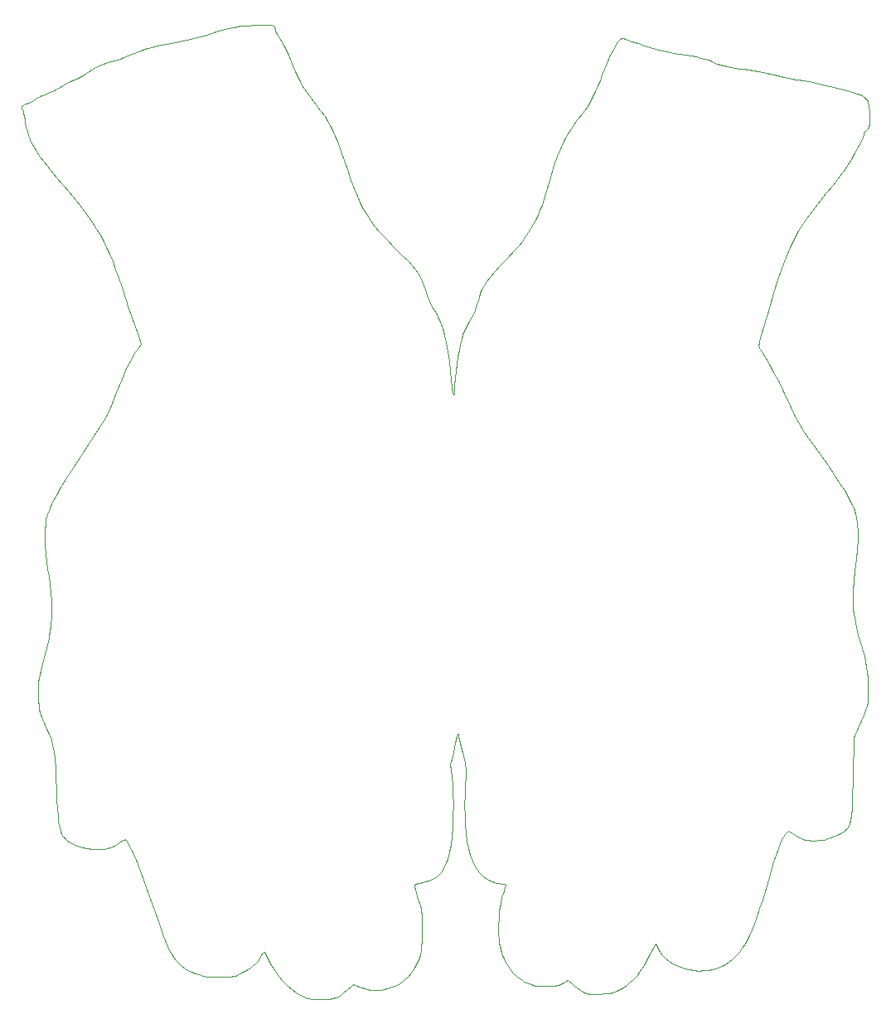
<source format=gbr>
G04 #@! TF.GenerationSoftware,KiCad,Pcbnew,5.1.2*
G04 #@! TF.CreationDate,2019-07-03T09:18:27-05:00*
G04 #@! TF.ProjectId,matrix-pills,6d617472-6978-42d7-9069-6c6c732e6b69,rev?*
G04 #@! TF.SameCoordinates,Original*
G04 #@! TF.FileFunction,Profile,NP*
%FSLAX46Y46*%
G04 Gerber Fmt 4.6, Leading zero omitted, Abs format (unit mm)*
G04 Created by KiCad (PCBNEW 5.1.2) date 2019-07-03 09:18:27*
%MOMM*%
%LPD*%
G04 APERTURE LIST*
%ADD10C,0.100000*%
G04 APERTURE END LIST*
D10*
X119686701Y-144958613D02*
X119452219Y-144832577D01*
X119452219Y-144832577D02*
X119218215Y-144689282D01*
X119218215Y-144689282D02*
X118753935Y-144353455D01*
X118753935Y-144353455D02*
X118298443Y-143956201D01*
X118298443Y-143956201D02*
X117856323Y-143502591D01*
X117856323Y-143502591D02*
X117432157Y-142997697D01*
X117432157Y-142997697D02*
X117030527Y-142446588D01*
X117030527Y-142446588D02*
X116656016Y-141854334D01*
X116656016Y-141854334D02*
X116313208Y-141226008D01*
X116313208Y-141226008D02*
X116034863Y-140708329D01*
X116034863Y-140708329D02*
X115936943Y-140550849D01*
X115936943Y-140550849D02*
X115885253Y-140493009D01*
X115885253Y-140493009D02*
X115843613Y-140530529D01*
X115843613Y-140530529D02*
X115773073Y-140632690D01*
X115773073Y-140632690D02*
X115584723Y-140968521D01*
X115584723Y-140968521D02*
X115444885Y-141206197D01*
X115444885Y-141206197D02*
X115269846Y-141441981D01*
X115269846Y-141441981D02*
X115062332Y-141673480D01*
X115062332Y-141673480D02*
X114825068Y-141898298D01*
X114825068Y-141898298D02*
X114560780Y-142114042D01*
X114560780Y-142114042D02*
X114272194Y-142318318D01*
X114272194Y-142318318D02*
X113962035Y-142508730D01*
X113962035Y-142508730D02*
X113633030Y-142682885D01*
X113633030Y-142682885D02*
X113201450Y-142873897D01*
X113201450Y-142873897D02*
X113001807Y-142939667D01*
X113001807Y-142939667D02*
X112792815Y-142989567D01*
X112792815Y-142989567D02*
X112559392Y-143026557D01*
X112559392Y-143026557D02*
X112286453Y-143053597D01*
X112286453Y-143053597D02*
X111561689Y-143089697D01*
X111561689Y-143089697D02*
X111053800Y-143094497D01*
X111053800Y-143094497D02*
X110569207Y-143073097D01*
X110569207Y-143073097D02*
X110107632Y-143025337D01*
X110107632Y-143025337D02*
X109668798Y-142951047D01*
X109668798Y-142951047D02*
X109252417Y-142850086D01*
X109252417Y-142850086D02*
X108858231Y-142722271D01*
X108858231Y-142722271D02*
X108485952Y-142567453D01*
X108485952Y-142567453D02*
X108135303Y-142385472D01*
X108135303Y-142385472D02*
X107806006Y-142176168D01*
X107806006Y-142176168D02*
X107497783Y-141939382D01*
X107497783Y-141939382D02*
X107210357Y-141674954D01*
X107210357Y-141674954D02*
X106943450Y-141382725D01*
X106943450Y-141382725D02*
X106696784Y-141062533D01*
X106696784Y-141062533D02*
X106470082Y-140714220D01*
X106470082Y-140714220D02*
X106263065Y-140337625D01*
X106263065Y-140337625D02*
X106075457Y-139932590D01*
X106075457Y-139932590D02*
X105679080Y-138908024D01*
X105679080Y-138908024D02*
X105025200Y-137120292D01*
X105025200Y-137120292D02*
X104204208Y-134819944D01*
X104204208Y-134819944D02*
X103306498Y-132257533D01*
X103306498Y-132257533D02*
X103128408Y-131781599D01*
X103128408Y-131781599D02*
X102911321Y-131258191D01*
X102911321Y-131258191D02*
X102427160Y-130205717D01*
X102427160Y-130205717D02*
X102193589Y-129745035D01*
X102193589Y-129745035D02*
X101988025Y-129373644D01*
X101988025Y-129373644D02*
X101827222Y-129125735D01*
X101827222Y-129125735D02*
X101768842Y-129058775D01*
X101768842Y-129058775D02*
X101727932Y-129035505D01*
X101727932Y-129035505D02*
X101638442Y-129061765D01*
X101638442Y-129061765D02*
X101499596Y-129133275D01*
X101499596Y-129133275D02*
X101149734Y-129368359D01*
X101149734Y-129368359D02*
X100915831Y-129533663D01*
X100915831Y-129533663D02*
X100680713Y-129672021D01*
X100680713Y-129672021D02*
X100438984Y-129785039D01*
X100438984Y-129785039D02*
X100185250Y-129874329D01*
X100185250Y-129874329D02*
X99914115Y-129941499D01*
X99914115Y-129941499D02*
X99620184Y-129988149D01*
X99620184Y-129988149D02*
X99298063Y-130015889D01*
X99298063Y-130015889D02*
X98942356Y-130026339D01*
X98942356Y-130026339D02*
X98382800Y-130006009D01*
X98382800Y-130006009D02*
X97842950Y-129939729D01*
X97842950Y-129939729D02*
X97330027Y-129830179D01*
X97330027Y-129830179D02*
X96851257Y-129680019D01*
X96851257Y-129680019D02*
X96413863Y-129491916D01*
X96413863Y-129491916D02*
X96025068Y-129268537D01*
X96025068Y-129268537D02*
X95851153Y-129144452D01*
X95851153Y-129144452D02*
X95692096Y-129012547D01*
X95692096Y-129012547D02*
X95548801Y-128873156D01*
X95548801Y-128873156D02*
X95422171Y-128726612D01*
X95422171Y-128726612D02*
X95266548Y-128479958D01*
X95266548Y-128479958D02*
X95133923Y-128157516D01*
X95133923Y-128157516D02*
X95022291Y-127745641D01*
X95022291Y-127745641D02*
X94929651Y-127230687D01*
X94929651Y-127230687D02*
X94854001Y-126599008D01*
X94854001Y-126599008D02*
X94793331Y-125836959D01*
X94793331Y-125836959D02*
X94745651Y-124930894D01*
X94745651Y-124930894D02*
X94708951Y-123867168D01*
X94708951Y-123867168D02*
X94668001Y-122640592D01*
X94668001Y-122640592D02*
X94615791Y-121619321D01*
X94615791Y-121619321D02*
X94546471Y-120766274D01*
X94546471Y-120766274D02*
X94454171Y-120044371D01*
X94454171Y-120044371D02*
X94333022Y-119416533D01*
X94333022Y-119416533D02*
X94177174Y-118845679D01*
X94177174Y-118845679D02*
X93980756Y-118294728D01*
X93980756Y-118294728D02*
X93737904Y-117726600D01*
X93737904Y-117726600D02*
X93301790Y-116727695D01*
X93301790Y-116727695D02*
X93024553Y-116021265D01*
X93024553Y-116021265D02*
X92967464Y-115753404D01*
X92967464Y-115753404D02*
X92921535Y-115356085D01*
X92921535Y-115356085D02*
X92887812Y-114871146D01*
X92887812Y-114871146D02*
X92867342Y-114340425D01*
X92867342Y-114340425D02*
X92861172Y-113805759D01*
X92861172Y-113805759D02*
X92870342Y-113308985D01*
X92870342Y-113308985D02*
X92895907Y-112891942D01*
X92895907Y-112891942D02*
X92938910Y-112596466D01*
X92938910Y-112596466D02*
X93210197Y-111413352D01*
X93210197Y-111413352D02*
X93590027Y-109773998D01*
X93590027Y-109773998D02*
X93921837Y-108486707D01*
X93921837Y-108486707D02*
X93992596Y-108188676D01*
X93992596Y-108188676D02*
X94053874Y-107863343D01*
X94053874Y-107863343D02*
X94147994Y-107142865D01*
X94147994Y-107142865D02*
X94204215Y-106349462D01*
X94204215Y-106349462D02*
X94222554Y-105507326D01*
X94222554Y-105507326D02*
X94203031Y-104640648D01*
X94203031Y-104640648D02*
X94145658Y-103773617D01*
X94145658Y-103773617D02*
X94050455Y-102930424D01*
X94050455Y-102930424D02*
X93917440Y-102135260D01*
X93917440Y-102135260D02*
X93794557Y-101414057D01*
X93794557Y-101414057D02*
X93693788Y-100615242D01*
X93693788Y-100615242D02*
X93616858Y-99776480D01*
X93616858Y-99776480D02*
X93565494Y-98935438D01*
X93565494Y-98935438D02*
X93541421Y-98129781D01*
X93541421Y-98129781D02*
X93546362Y-97397176D01*
X93546362Y-97397176D02*
X93582048Y-96775288D01*
X93582048Y-96775288D02*
X93650200Y-96301784D01*
X93650200Y-96301784D02*
X93790852Y-95794236D01*
X93790852Y-95794236D02*
X94006251Y-95221486D01*
X94006251Y-95221486D02*
X94301706Y-94573829D01*
X94301706Y-94573829D02*
X94682521Y-93841557D01*
X94682521Y-93841557D02*
X95154005Y-93014964D01*
X95154005Y-93014964D02*
X95721464Y-92084345D01*
X95721464Y-92084345D02*
X96390205Y-91039993D01*
X96390205Y-91039993D02*
X97165535Y-89872202D01*
X97165535Y-89872202D02*
X99412434Y-86526786D01*
X99412434Y-86526786D02*
X99565738Y-86252595D01*
X99565738Y-86252595D02*
X99767491Y-85846022D01*
X99767491Y-85846022D02*
X100272693Y-84735429D01*
X100272693Y-84735429D02*
X100840751Y-83394405D01*
X100840751Y-83394405D02*
X101384373Y-82022349D01*
X101384373Y-82022349D02*
X101563633Y-81579445D01*
X101563633Y-81579445D02*
X101774831Y-81104126D01*
X101774831Y-81104126D02*
X102246724Y-80144783D01*
X102246724Y-80144783D02*
X102484262Y-79705026D01*
X102484262Y-79705026D02*
X102707422Y-79321392D01*
X102707422Y-79321392D02*
X102904626Y-79016013D01*
X102904626Y-79016013D02*
X103064294Y-78811025D01*
X103064294Y-78811025D02*
X103386827Y-78464080D01*
X103386827Y-78464080D02*
X103071662Y-77627913D01*
X103071662Y-77627913D02*
X102662763Y-76452041D01*
X102662763Y-76452041D02*
X102122255Y-74799136D01*
X102122255Y-74799136D02*
X101413058Y-72629100D01*
X101413058Y-72629100D02*
X101085585Y-71682290D01*
X101085585Y-71682290D02*
X100769286Y-70814287D01*
X100769286Y-70814287D02*
X100458982Y-70015093D01*
X100458982Y-70015093D02*
X100149491Y-69274708D01*
X100149491Y-69274708D02*
X99835632Y-68583136D01*
X99835632Y-68583136D02*
X99512226Y-67930376D01*
X99512226Y-67930376D02*
X99174089Y-67306431D01*
X99174089Y-67306431D02*
X98816043Y-66701301D01*
X98816043Y-66701301D02*
X98432906Y-66104989D01*
X98432906Y-66104989D02*
X98019497Y-65507496D01*
X98019497Y-65507496D02*
X97570635Y-64898823D01*
X97570635Y-64898823D02*
X97081140Y-64268973D01*
X97081140Y-64268973D02*
X95959524Y-62905742D01*
X95959524Y-62905742D02*
X94753460Y-61461901D01*
X94753460Y-61461901D02*
X93774617Y-60255447D01*
X93774617Y-60255447D02*
X93050504Y-59320961D01*
X93050504Y-59320961D02*
X92608627Y-58693025D01*
X92608627Y-58693025D02*
X92403922Y-58340427D01*
X92403922Y-58340427D02*
X92208609Y-57951146D01*
X92208609Y-57951146D02*
X92026805Y-57536702D01*
X92026805Y-57536702D02*
X91862623Y-57108612D01*
X91862623Y-57108612D02*
X91720181Y-56678397D01*
X91720181Y-56678397D02*
X91603591Y-56257575D01*
X91603591Y-56257575D02*
X91516970Y-55857665D01*
X91516970Y-55857665D02*
X91464433Y-55490187D01*
X91464433Y-55490187D02*
X91421793Y-55141687D01*
X91421793Y-55141687D02*
X91368582Y-54833148D01*
X91368582Y-54833148D02*
X91311589Y-54598049D01*
X91311589Y-54598049D02*
X91257602Y-54469868D01*
X91257602Y-54469868D02*
X91202886Y-54379163D01*
X91202886Y-54379163D02*
X91180336Y-54288938D01*
X91180336Y-54288938D02*
X91188516Y-54201404D01*
X91188516Y-54201404D02*
X91225986Y-54118774D01*
X91225986Y-54118774D02*
X91291309Y-54043259D01*
X91291309Y-54043259D02*
X91383048Y-53977071D01*
X91383048Y-53977071D02*
X91499766Y-53922422D01*
X91499766Y-53922422D02*
X91640024Y-53881524D01*
X91640024Y-53881524D02*
X91828766Y-53821158D01*
X91828766Y-53821158D02*
X92070186Y-53716639D01*
X92070186Y-53716639D02*
X92333219Y-53582656D01*
X92333219Y-53582656D02*
X92586799Y-53433897D01*
X92586799Y-53433897D02*
X93012910Y-53174937D01*
X93012910Y-53174937D02*
X93225481Y-53067228D01*
X93225481Y-53067228D02*
X93354763Y-53022050D01*
X93354763Y-53022050D02*
X93627458Y-52901162D01*
X93627458Y-52901162D02*
X94424254Y-52520128D01*
X94424254Y-52520128D02*
X95258201Y-52099871D01*
X95258201Y-52099871D02*
X95771628Y-51816139D01*
X95771628Y-51816139D02*
X96122450Y-51626243D01*
X96122450Y-51626243D02*
X96528707Y-51462885D01*
X96528707Y-51462885D02*
X96765385Y-51365243D01*
X96765385Y-51365243D02*
X97080306Y-51206162D01*
X97080306Y-51206162D02*
X97432393Y-51007663D01*
X97432393Y-51007663D02*
X97780570Y-50791773D01*
X97780570Y-50791773D02*
X98439453Y-50375388D01*
X98439453Y-50375388D02*
X98891562Y-50113847D01*
X98891562Y-50113847D02*
X99319474Y-49934138D01*
X99319474Y-49934138D02*
X99928040Y-49712910D01*
X99928040Y-49712910D02*
X100546033Y-49509449D01*
X100546033Y-49509449D02*
X101002230Y-49383042D01*
X101002230Y-49383042D02*
X101211561Y-49319258D01*
X101211561Y-49319258D02*
X101551365Y-49194848D01*
X101551365Y-49194848D02*
X102434419Y-48835961D01*
X102434419Y-48835961D02*
X103318526Y-48469485D01*
X103318526Y-48469485D02*
X103685970Y-48336656D01*
X103685970Y-48336656D02*
X104058426Y-48222023D01*
X104058426Y-48222023D02*
X104476957Y-48114028D01*
X104476957Y-48114028D02*
X104982628Y-48001113D01*
X104982628Y-48001113D02*
X106419639Y-47714294D01*
X106419639Y-47714294D02*
X108028128Y-47386539D01*
X108028128Y-47386539D02*
X109097209Y-47142652D01*
X109097209Y-47142652D02*
X110056300Y-46898073D01*
X110056300Y-46898073D02*
X110516918Y-46750106D01*
X110516918Y-46750106D02*
X111239412Y-46479200D01*
X111239412Y-46479200D02*
X111677250Y-46336104D01*
X111677250Y-46336104D02*
X112221916Y-46205069D01*
X112221916Y-46205069D02*
X112845956Y-46089507D01*
X112845956Y-46089507D02*
X113521916Y-45992830D01*
X113521916Y-45992830D02*
X114222343Y-45918450D01*
X114222343Y-45918450D02*
X114919782Y-45869779D01*
X114919782Y-45869779D02*
X115586780Y-45850228D01*
X115586780Y-45850228D02*
X116195884Y-45863210D01*
X116195884Y-45863210D02*
X116624794Y-45894119D01*
X116624794Y-45894119D02*
X116870076Y-45941845D01*
X116870076Y-45941845D02*
X116939486Y-45977730D01*
X116939486Y-45977730D02*
X116981746Y-46024678D01*
X116981746Y-46024678D02*
X117003106Y-46084977D01*
X117003106Y-46084977D02*
X117009806Y-46160911D01*
X117009806Y-46160911D02*
X117032226Y-46288821D01*
X117032226Y-46288821D02*
X117089916Y-46448861D01*
X117089916Y-46448861D02*
X117174146Y-46620598D01*
X117174146Y-46620598D02*
X117276198Y-46783603D01*
X117276198Y-46783603D02*
X117429131Y-47015119D01*
X117429131Y-47015119D02*
X117597921Y-47301542D01*
X117597921Y-47301542D02*
X117976896Y-48026548D01*
X117976896Y-48026548D02*
X118400767Y-48933505D01*
X118400767Y-48933505D02*
X118857180Y-49997298D01*
X118857180Y-49997298D02*
X119103880Y-50569384D01*
X119103880Y-50569384D02*
X119367442Y-51139408D01*
X119367442Y-51139408D02*
X119616309Y-51641353D01*
X119616309Y-51641353D02*
X119818924Y-52009204D01*
X119818924Y-52009204D02*
X120275564Y-52701273D01*
X120275564Y-52701273D02*
X120944559Y-53654774D01*
X120944559Y-53654774D02*
X121624087Y-54587423D01*
X121624087Y-54587423D02*
X122112325Y-55216936D01*
X122112325Y-55216936D02*
X122243631Y-55388464D01*
X122243631Y-55388464D02*
X122298241Y-55492822D01*
X122298241Y-55492822D02*
X122404629Y-55700493D01*
X122404629Y-55700493D02*
X122660411Y-56120426D01*
X122660411Y-56120426D02*
X122835861Y-56420171D01*
X122835861Y-56420171D02*
X123017157Y-56777467D01*
X123017157Y-56777467D02*
X123207592Y-57200742D01*
X123207592Y-57200742D02*
X123410463Y-57698425D01*
X123410463Y-57698425D02*
X123866686Y-58950723D01*
X123866686Y-58950723D02*
X124412182Y-60601787D01*
X124412182Y-60601787D02*
X124712778Y-61483576D01*
X124712778Y-61483576D02*
X125060197Y-62411483D01*
X125060197Y-62411483D02*
X125411414Y-63275174D01*
X125411414Y-63275174D02*
X125723407Y-63964318D01*
X125723407Y-63964318D02*
X126080980Y-64665899D01*
X126080980Y-64665899D02*
X126430652Y-65284324D01*
X126430652Y-65284324D02*
X126804356Y-65859326D01*
X126804356Y-65859326D02*
X127234023Y-66430642D01*
X127234023Y-66430642D02*
X127751587Y-67038005D01*
X127751587Y-67038005D02*
X128388979Y-67721151D01*
X128388979Y-67721151D02*
X129178133Y-68519815D01*
X129178133Y-68519815D02*
X130150980Y-69473732D01*
X130150980Y-69473732D02*
X130625511Y-69949408D01*
X130625511Y-69949408D02*
X131031105Y-70389745D01*
X131031105Y-70389745D02*
X131374417Y-70804787D01*
X131374417Y-70804787D02*
X131662105Y-71204579D01*
X131662105Y-71204579D02*
X131900824Y-71599165D01*
X131900824Y-71599165D02*
X132097231Y-71998590D01*
X132097231Y-71998590D02*
X132257981Y-72412898D01*
X132257981Y-72412898D02*
X132389731Y-72852134D01*
X132389731Y-72852134D02*
X132582807Y-73488830D01*
X132582807Y-73488830D02*
X132819546Y-74085151D01*
X132819546Y-74085151D02*
X133108736Y-74660675D01*
X133108736Y-74660675D02*
X133459164Y-75234984D01*
X133459164Y-75234984D02*
X133585305Y-75440555D01*
X133585305Y-75440555D02*
X133707373Y-75669773D01*
X133707373Y-75669773D02*
X133939019Y-76198090D01*
X133939019Y-76198090D02*
X134153572Y-76817806D01*
X134153572Y-76817806D02*
X134350498Y-77526792D01*
X134350498Y-77526792D02*
X134529269Y-78322918D01*
X134529269Y-78322918D02*
X134689350Y-79204056D01*
X134689350Y-79204056D02*
X134830212Y-80168077D01*
X134830212Y-80168077D02*
X134951322Y-81212852D01*
X134951322Y-81212852D02*
X135129809Y-82874226D01*
X135129809Y-82874226D02*
X135192419Y-83345428D01*
X135192419Y-83345428D02*
X135242389Y-83592847D01*
X135242389Y-83592847D02*
X135263829Y-83636357D01*
X135263829Y-83636357D02*
X135283549Y-83628357D01*
X135283549Y-83628357D02*
X135319729Y-83463921D01*
X135319729Y-83463921D02*
X135392489Y-82582742D01*
X135392489Y-82582742D02*
X135447509Y-81910391D01*
X135447509Y-81910391D02*
X135524839Y-81202530D01*
X135524839Y-81202530D02*
X135620679Y-80481883D01*
X135620679Y-80481883D02*
X135731233Y-79771174D01*
X135731233Y-79771174D02*
X135852704Y-79093126D01*
X135852704Y-79093126D02*
X135981296Y-78470464D01*
X135981296Y-78470464D02*
X136113213Y-77925911D01*
X136113213Y-77925911D02*
X136244657Y-77482191D01*
X136244657Y-77482191D02*
X136375822Y-77138840D01*
X136375822Y-77138840D02*
X136545869Y-76759332D01*
X136545869Y-76759332D02*
X136732812Y-76389796D01*
X136732812Y-76389796D02*
X136914667Y-76076362D01*
X136914667Y-76076362D02*
X137171814Y-75651921D01*
X137171814Y-75651921D02*
X137366824Y-75237384D01*
X137366824Y-75237384D02*
X137574335Y-74646274D01*
X137574335Y-74646274D02*
X137868986Y-73692115D01*
X137868986Y-73692115D02*
X138016103Y-73254800D01*
X138016103Y-73254800D02*
X138189798Y-72845903D01*
X138189798Y-72845903D02*
X138405985Y-72443035D01*
X138405985Y-72443035D02*
X138680579Y-72023805D01*
X138680579Y-72023805D02*
X139029496Y-71565825D01*
X139029496Y-71565825D02*
X139468648Y-71046703D01*
X139468648Y-71046703D02*
X140013951Y-70444049D01*
X140013951Y-70444049D02*
X140681319Y-69735475D01*
X140681319Y-69735475D02*
X141542877Y-68799551D01*
X141542877Y-68799551D02*
X141922067Y-68357646D01*
X141922067Y-68357646D02*
X142270673Y-67926171D01*
X142270673Y-67926171D02*
X142591553Y-67499918D01*
X142591553Y-67499918D02*
X142887564Y-67073680D01*
X142887564Y-67073680D02*
X143161561Y-66642251D01*
X143161561Y-66642251D02*
X143416401Y-66200423D01*
X143416401Y-66200423D02*
X143654943Y-65742990D01*
X143654943Y-65742990D02*
X143880042Y-65264744D01*
X143880042Y-65264744D02*
X144094555Y-64760479D01*
X144094555Y-64760479D02*
X144301339Y-64224987D01*
X144301339Y-64224987D02*
X144503252Y-63653062D01*
X144503252Y-63653062D02*
X144703149Y-63039497D01*
X144703149Y-63039497D02*
X145108324Y-61666617D01*
X145108324Y-61666617D02*
X145537493Y-60203915D01*
X145537493Y-60203915D02*
X145856918Y-59231839D01*
X145856918Y-59231839D02*
X146191792Y-58464040D01*
X146191792Y-58464040D02*
X146631011Y-57578345D01*
X146631011Y-57578345D02*
X147079965Y-56756629D01*
X147079965Y-56756629D02*
X147278528Y-56426599D01*
X147278528Y-56426599D02*
X147444047Y-56180766D01*
X147444047Y-56180766D02*
X147929281Y-55531321D01*
X147929281Y-55531321D02*
X148447050Y-54880263D01*
X148447050Y-54880263D02*
X148693061Y-54546553D01*
X148693061Y-54546553D02*
X148951987Y-54144930D01*
X148951987Y-54144930D02*
X149217993Y-53686842D01*
X149217993Y-53686842D02*
X149485247Y-53183734D01*
X149485247Y-53183734D02*
X149747913Y-52647055D01*
X149747913Y-52647055D02*
X150000159Y-52088250D01*
X150000159Y-52088250D02*
X150236150Y-51518767D01*
X150236150Y-51518767D02*
X150450052Y-50950052D01*
X150450052Y-50950052D02*
X150663154Y-50392403D01*
X150663154Y-50392403D02*
X150932103Y-49748648D01*
X150932103Y-49748648D02*
X151222454Y-49098471D01*
X151222454Y-49098471D02*
X151499762Y-48521558D01*
X151499762Y-48521558D02*
X151746377Y-48042501D01*
X151746377Y-48042501D02*
X151951349Y-47685808D01*
X151951349Y-47685808D02*
X152135824Y-47440830D01*
X152135824Y-47440830D02*
X152226984Y-47356907D01*
X152226984Y-47356907D02*
X152320954Y-47296920D01*
X152320954Y-47296920D02*
X152420374Y-47259538D01*
X152420374Y-47259538D02*
X152527881Y-47243430D01*
X152527881Y-47243430D02*
X152646125Y-47247260D01*
X152646125Y-47247260D02*
X152777748Y-47269707D01*
X152777748Y-47269707D02*
X153091705Y-47365114D01*
X153091705Y-47365114D02*
X153490899Y-47518998D01*
X153490899Y-47518998D02*
X154131699Y-47766773D01*
X154131699Y-47766773D02*
X154743268Y-47984769D01*
X154743268Y-47984769D02*
X155335873Y-48175725D01*
X155335873Y-48175725D02*
X155919780Y-48342377D01*
X155919780Y-48342377D02*
X156505254Y-48487462D01*
X156505254Y-48487462D02*
X157102562Y-48613716D01*
X157102562Y-48613716D02*
X157721971Y-48723877D01*
X157721971Y-48723877D02*
X158373746Y-48820681D01*
X158373746Y-48820681D02*
X159562268Y-49005988D01*
X159562268Y-49005988D02*
X160070111Y-49106060D01*
X160070111Y-49106060D02*
X160527987Y-49213028D01*
X160527987Y-49213028D02*
X160941630Y-49328354D01*
X160941630Y-49328354D02*
X161316775Y-49453502D01*
X161316775Y-49453502D02*
X161659156Y-49589933D01*
X161659156Y-49589933D02*
X161974507Y-49739111D01*
X161974507Y-49739111D02*
X162217768Y-49848128D01*
X162217768Y-49848128D02*
X162511176Y-49952511D01*
X162511176Y-49952511D02*
X162846973Y-50050543D01*
X162846973Y-50050543D02*
X163217402Y-50140505D01*
X163217402Y-50140505D02*
X164031126Y-50289341D01*
X164031126Y-50289341D02*
X164458906Y-50344777D01*
X164458906Y-50344777D02*
X164890289Y-50385267D01*
X164890289Y-50385267D02*
X165375018Y-50435215D01*
X165375018Y-50435215D02*
X165912284Y-50512261D01*
X165912284Y-50512261D02*
X166436707Y-50605892D01*
X166436707Y-50605892D02*
X166882904Y-50705596D01*
X166882904Y-50705596D02*
X168016756Y-50984305D01*
X168016756Y-50984305D02*
X169075508Y-51221453D01*
X169075508Y-51221453D02*
X169913580Y-51386195D01*
X169913580Y-51386195D02*
X170204366Y-51431775D01*
X170204366Y-51431775D02*
X170385389Y-51447687D01*
X170385389Y-51447687D02*
X170589954Y-51461549D01*
X170589954Y-51461549D02*
X170879728Y-51501652D01*
X170879728Y-51501652D02*
X171665799Y-51648320D01*
X171665799Y-51648320D02*
X172645385Y-51863164D01*
X172645385Y-51863164D02*
X173720270Y-52121657D01*
X173720270Y-52121657D02*
X174792238Y-52399271D01*
X174792238Y-52399271D02*
X175763073Y-52671478D01*
X175763073Y-52671478D02*
X176534559Y-52913752D01*
X176534559Y-52913752D02*
X176814853Y-53016000D01*
X176814853Y-53016000D02*
X177008479Y-53101566D01*
X177008479Y-53101566D02*
X177200875Y-53210440D01*
X177200875Y-53210440D02*
X177353690Y-53322938D01*
X177353690Y-53322938D02*
X177473034Y-53452842D01*
X177473034Y-53452842D02*
X177565014Y-53613936D01*
X177565014Y-53613936D02*
X177635734Y-53820005D01*
X177635734Y-53820005D02*
X177691314Y-54084831D01*
X177691314Y-54084831D02*
X177781464Y-54845891D01*
X177781464Y-54845891D02*
X177817194Y-55340702D01*
X177817194Y-55340702D02*
X177812594Y-55701986D01*
X177812594Y-55701986D02*
X177763124Y-55984284D01*
X177763124Y-55984284D02*
X177664234Y-56242142D01*
X177664234Y-56242142D02*
X177574394Y-56411689D01*
X177574394Y-56411689D02*
X177483014Y-56550533D01*
X177483014Y-56550533D02*
X177400764Y-56644343D01*
X177400764Y-56644343D02*
X177338334Y-56678803D01*
X177338334Y-56678803D02*
X177292114Y-56691093D01*
X177292114Y-56691093D02*
X177254034Y-56724543D01*
X177254034Y-56724543D02*
X177228064Y-56774043D01*
X177228064Y-56774043D02*
X177218164Y-56834483D01*
X177218164Y-56834483D02*
X177178034Y-57029616D01*
X177178034Y-57029616D02*
X177068593Y-57332946D01*
X177068593Y-57332946D02*
X176902906Y-57717980D01*
X176902906Y-57717980D02*
X176694037Y-58158225D01*
X176694037Y-58158225D02*
X176199007Y-59098375D01*
X176199007Y-59098375D02*
X175938972Y-59545295D01*
X175938972Y-59545295D02*
X175688008Y-59941454D01*
X175688008Y-59941454D02*
X175285573Y-60509963D01*
X175285573Y-60509963D02*
X174701004Y-61293574D01*
X174701004Y-61293574D02*
X174012690Y-62188892D01*
X174012690Y-62188892D02*
X173299018Y-63092524D01*
X173299018Y-63092524D02*
X171916734Y-64862134D01*
X171916734Y-64862134D02*
X171353484Y-65613985D01*
X171353484Y-65613985D02*
X170977078Y-66143710D01*
X170977078Y-66143710D02*
X170505149Y-66894971D01*
X170505149Y-66894971D02*
X170058205Y-67704112D01*
X170058205Y-67704112D02*
X169629320Y-68588317D01*
X169629320Y-68588317D02*
X169211566Y-69564774D01*
X169211566Y-69564774D02*
X168798017Y-70650669D01*
X168798017Y-70650669D02*
X168381744Y-71863188D01*
X168381744Y-71863188D02*
X167955822Y-73219516D01*
X167955822Y-73219516D02*
X167513322Y-74736841D01*
X167513322Y-74736841D02*
X166707550Y-77523549D01*
X166707550Y-77523549D02*
X166525037Y-78154814D01*
X166525037Y-78154814D02*
X166475447Y-78364053D01*
X166475447Y-78364053D02*
X166452077Y-78522678D01*
X166452077Y-78522678D02*
X166453777Y-78645923D01*
X166453777Y-78645923D02*
X166479307Y-78749025D01*
X166479307Y-78749025D02*
X166527527Y-78847215D01*
X166527527Y-78847215D02*
X166597267Y-78955736D01*
X166597267Y-78955736D02*
X166943757Y-79491318D01*
X166943757Y-79491318D02*
X167521095Y-80468526D01*
X167521095Y-80468526D02*
X167994299Y-81326818D01*
X167994299Y-81326818D02*
X168439948Y-82211457D01*
X168439948Y-82211457D02*
X168934622Y-83267710D01*
X168934622Y-83267710D02*
X169721672Y-84933856D01*
X169721672Y-84933856D02*
X170071788Y-85622253D01*
X170071788Y-85622253D02*
X170413039Y-86249787D01*
X170413039Y-86249787D02*
X170760481Y-86843149D01*
X170760481Y-86843149D02*
X171129170Y-87429030D01*
X171129170Y-87429030D02*
X171534162Y-88034121D01*
X171534162Y-88034121D02*
X171990514Y-88685113D01*
X171990514Y-88685113D02*
X173508136Y-90849216D01*
X173508136Y-90849216D02*
X174722385Y-92656277D01*
X174722385Y-92656277D02*
X175199641Y-93401235D01*
X175199641Y-93401235D02*
X175581729Y-94027316D01*
X175581729Y-94027316D02*
X175862207Y-94524647D01*
X175862207Y-94524647D02*
X176034634Y-94883355D01*
X176034634Y-94883355D02*
X176144163Y-95173264D01*
X176144163Y-95173264D02*
X176240823Y-95473126D01*
X176240823Y-95473126D02*
X176324663Y-95784441D01*
X176324663Y-95784441D02*
X176395743Y-96108711D01*
X176395743Y-96108711D02*
X176499834Y-96802115D01*
X176499834Y-96802115D02*
X176553514Y-97565343D01*
X176553514Y-97565343D02*
X176557214Y-98410400D01*
X176557214Y-98410400D02*
X176511374Y-99349290D01*
X176511374Y-99349290D02*
X176416414Y-100394018D01*
X176416414Y-100394018D02*
X176272756Y-101556589D01*
X176272756Y-101556589D02*
X176149747Y-102618224D01*
X176149747Y-102618224D02*
X176081897Y-103619583D01*
X176081897Y-103619583D02*
X176070367Y-104574910D01*
X176070367Y-104574910D02*
X176116337Y-105498448D01*
X176116337Y-105498448D02*
X176161247Y-105952747D01*
X176161247Y-105952747D02*
X176220977Y-106404440D01*
X176220977Y-106404440D02*
X176385460Y-107307131D01*
X176385460Y-107307131D02*
X176610958Y-108220764D01*
X176610958Y-108220764D02*
X176898643Y-109159582D01*
X176898643Y-109159582D02*
X177086554Y-109753396D01*
X177086554Y-109753396D02*
X177244742Y-110322565D01*
X177244742Y-110322565D02*
X177374491Y-110874855D01*
X177374491Y-110874855D02*
X177477084Y-111418035D01*
X177477084Y-111418035D02*
X177553804Y-111959872D01*
X177553804Y-111959872D02*
X177605944Y-112508136D01*
X177605944Y-112508136D02*
X177634774Y-113070593D01*
X177634774Y-113070593D02*
X177641574Y-113655011D01*
X177641574Y-113655011D02*
X177634974Y-114193971D01*
X177634974Y-114193971D02*
X177615314Y-114636591D01*
X177615314Y-114636591D02*
X177571324Y-115026323D01*
X177571324Y-115026323D02*
X177491744Y-115406620D01*
X177491744Y-115406620D02*
X177365281Y-115820935D01*
X177365281Y-115820935D02*
X177180661Y-116312718D01*
X177180661Y-116312718D02*
X176591833Y-117702502D01*
X176591833Y-117702502D02*
X176186823Y-118636538D01*
X176186823Y-118636538D02*
X176092423Y-122559490D01*
X176092423Y-122559490D02*
X176014523Y-125014595D01*
X176014523Y-125014595D02*
X175965833Y-125882409D01*
X175965833Y-125882409D02*
X175905833Y-126552307D01*
X175905833Y-126552307D02*
X175830903Y-127055717D01*
X175830903Y-127055717D02*
X175737433Y-127424072D01*
X175737433Y-127424072D02*
X175621801Y-127688802D01*
X175621801Y-127688802D02*
X175480390Y-127881338D01*
X175480390Y-127881338D02*
X175348791Y-128010698D01*
X175348791Y-128010698D02*
X175198964Y-128136636D01*
X175198964Y-128136636D02*
X174851660Y-128375530D01*
X174851660Y-128375530D02*
X174452542Y-128592585D01*
X174452542Y-128592585D02*
X174015675Y-128782363D01*
X174015675Y-128782363D02*
X173555123Y-128939431D01*
X173555123Y-128939431D02*
X173084950Y-129058352D01*
X173084950Y-129058352D02*
X172619221Y-129133692D01*
X172619221Y-129133692D02*
X172172000Y-129160012D01*
X172172000Y-129160012D02*
X171842330Y-129148812D01*
X171842330Y-129148812D02*
X171524748Y-129115292D01*
X171524748Y-129115292D02*
X171219591Y-129059562D01*
X171219591Y-129059562D02*
X170927194Y-128981712D01*
X170927194Y-128981712D02*
X170647893Y-128881862D01*
X170647893Y-128881862D02*
X170382025Y-128760103D01*
X170382025Y-128760103D02*
X170129925Y-128616545D01*
X170129925Y-128616545D02*
X169891930Y-128451293D01*
X169891930Y-128451293D02*
X169458990Y-128121077D01*
X169458990Y-128121077D02*
X169166220Y-128484871D01*
X169166220Y-128484871D02*
X169006237Y-128718819D01*
X169006237Y-128718819D02*
X168835691Y-129038711D01*
X168835691Y-129038711D02*
X168652025Y-129451483D01*
X168652025Y-129451483D02*
X168452688Y-129964068D01*
X168452688Y-129964068D02*
X168235124Y-130583402D01*
X168235124Y-130583402D02*
X167996779Y-131316420D01*
X167996779Y-131316420D02*
X167447530Y-133151247D01*
X167447530Y-133151247D02*
X166839076Y-135179727D01*
X166839076Y-135179727D02*
X166551188Y-136072886D01*
X166551188Y-136072886D02*
X166274403Y-136884725D01*
X166274403Y-136884725D02*
X166008878Y-137614793D01*
X166008878Y-137614793D02*
X165754773Y-138262640D01*
X165754773Y-138262640D02*
X165512244Y-138827816D01*
X165512244Y-138827816D02*
X165281449Y-139309871D01*
X165281449Y-139309871D02*
X165047624Y-139717787D01*
X165047624Y-139717787D02*
X164764201Y-140130419D01*
X164764201Y-140130419D02*
X164443487Y-140534947D01*
X164443487Y-140534947D02*
X164097790Y-140918549D01*
X164097790Y-140918549D02*
X163739417Y-141268404D01*
X163739417Y-141268404D02*
X163380676Y-141571691D01*
X163380676Y-141571691D02*
X163033875Y-141815589D01*
X163033875Y-141815589D02*
X162711320Y-141987277D01*
X162711320Y-141987277D02*
X162247681Y-142160913D01*
X162247681Y-142160913D02*
X161772145Y-142291349D01*
X161772145Y-142291349D02*
X161288796Y-142379699D01*
X161288796Y-142379699D02*
X160801716Y-142427069D01*
X160801716Y-142427069D02*
X160314989Y-142434569D01*
X160314989Y-142434569D02*
X159832697Y-142403309D01*
X159832697Y-142403309D02*
X159358923Y-142334399D01*
X159358923Y-142334399D02*
X158897751Y-142228955D01*
X158897751Y-142228955D02*
X158453263Y-142088084D01*
X158453263Y-142088084D02*
X158029542Y-141912896D01*
X158029542Y-141912896D02*
X157630671Y-141704503D01*
X157630671Y-141704503D02*
X157260734Y-141464014D01*
X157260734Y-141464014D02*
X156923812Y-141192540D01*
X156923812Y-141192540D02*
X156623989Y-140891191D01*
X156623989Y-140891191D02*
X156365349Y-140561078D01*
X156365349Y-140561078D02*
X156151973Y-140203312D01*
X156151973Y-140203312D02*
X155900872Y-139711121D01*
X155900872Y-139711121D02*
X155273891Y-140880418D01*
X155273891Y-140880418D02*
X154722661Y-141870235D01*
X154722661Y-141870235D02*
X154486662Y-142256498D01*
X154486662Y-142256498D02*
X154265071Y-142587297D01*
X154265071Y-142587297D02*
X154048885Y-142875359D01*
X154048885Y-142875359D02*
X153829101Y-143133411D01*
X153829101Y-143133411D02*
X153596717Y-143374177D01*
X153596717Y-143374177D02*
X153342731Y-143610385D01*
X153342731Y-143610385D02*
X152994741Y-143900119D01*
X152994741Y-143900119D02*
X152650242Y-144144729D01*
X152650242Y-144144729D02*
X152301761Y-144347150D01*
X152301761Y-144347150D02*
X151941823Y-144510316D01*
X151941823Y-144510316D02*
X151562955Y-144637160D01*
X151562955Y-144637160D02*
X151157682Y-144730620D01*
X151157682Y-144730620D02*
X150718529Y-144793620D01*
X150718529Y-144793620D02*
X150238024Y-144829100D01*
X150238024Y-144829100D02*
X149600874Y-144848240D01*
X149600874Y-144848240D02*
X149371426Y-144841840D01*
X149371426Y-144841840D02*
X149180594Y-144821450D01*
X149180594Y-144821450D02*
X149012776Y-144784590D01*
X149012776Y-144784590D02*
X148852369Y-144728770D01*
X148852369Y-144728770D02*
X148491382Y-144550280D01*
X148491382Y-144550280D02*
X148220452Y-144389674D01*
X148220452Y-144389674D02*
X147931273Y-144196488D01*
X147931273Y-144196488D02*
X147658455Y-143995025D01*
X147658455Y-143995025D02*
X147436608Y-143809588D01*
X147436608Y-143809588D02*
X146988549Y-143399112D01*
X146988549Y-143399112D02*
X146381147Y-143720663D01*
X146381147Y-143720663D02*
X146025780Y-143888133D01*
X146025780Y-143888133D02*
X145859074Y-143944313D01*
X145859074Y-143944313D02*
X145683605Y-143985073D01*
X145683605Y-143985073D02*
X145258141Y-144029203D01*
X145258141Y-144029203D02*
X144652904Y-144038303D01*
X144652904Y-144038303D02*
X144043101Y-144023643D01*
X144043101Y-144023643D02*
X143804077Y-144003523D01*
X143804077Y-144003523D02*
X143591628Y-143971573D01*
X143591628Y-143971573D02*
X143392745Y-143925323D01*
X143392745Y-143925323D02*
X143194420Y-143862303D01*
X143194420Y-143862303D02*
X142747410Y-143676058D01*
X142747410Y-143676058D02*
X142500172Y-143552489D01*
X142500172Y-143552489D02*
X142261426Y-143411693D01*
X142261426Y-143411693D02*
X142031564Y-143254206D01*
X142031564Y-143254206D02*
X141810975Y-143080566D01*
X141810975Y-143080566D02*
X141600050Y-142891310D01*
X141600050Y-142891310D02*
X141399179Y-142686977D01*
X141399179Y-142686977D02*
X141208752Y-142468104D01*
X141208752Y-142468104D02*
X141029159Y-142235227D01*
X141029159Y-142235227D02*
X140860792Y-141988886D01*
X140860792Y-141988886D02*
X140704040Y-141729617D01*
X140704040Y-141729617D02*
X140559293Y-141457957D01*
X140559293Y-141457957D02*
X140426943Y-141174446D01*
X140426943Y-141174446D02*
X140307378Y-140879619D01*
X140307378Y-140879619D02*
X140200990Y-140574015D01*
X140200990Y-140574015D02*
X140108170Y-140258170D01*
X140108170Y-140258170D02*
X140029310Y-139932624D01*
X140029310Y-139932624D02*
X139972820Y-139633083D01*
X139972820Y-139633083D02*
X139928050Y-139311211D01*
X139928050Y-139311211D02*
X139872810Y-138613489D01*
X139872810Y-138613489D02*
X139861840Y-137865473D01*
X139861840Y-137865473D02*
X139893390Y-137093183D01*
X139893390Y-137093183D02*
X139965710Y-136322634D01*
X139965710Y-136322634D02*
X140077046Y-135579845D01*
X140077046Y-135579845D02*
X140225647Y-134890833D01*
X140225647Y-134890833D02*
X140313377Y-134574624D01*
X140313377Y-134574624D02*
X140409767Y-134281615D01*
X140409767Y-134281615D02*
X140551706Y-133867440D01*
X140551706Y-133867440D02*
X140579716Y-133740281D01*
X140579716Y-133740281D02*
X140575216Y-133654311D01*
X140575216Y-133654311D02*
X140535406Y-133600461D01*
X140535406Y-133600461D02*
X140457376Y-133569651D01*
X140457376Y-133569651D02*
X140175181Y-133540851D01*
X140175181Y-133540851D02*
X139922159Y-133515611D01*
X139922159Y-133515611D02*
X139678271Y-133474541D01*
X139678271Y-133474541D02*
X139443479Y-133417541D01*
X139443479Y-133417541D02*
X139217746Y-133344531D01*
X139217746Y-133344531D02*
X139001034Y-133255411D01*
X139001034Y-133255411D02*
X138793307Y-133150090D01*
X138793307Y-133150090D02*
X138594526Y-133028479D01*
X138594526Y-133028479D02*
X138404654Y-132890488D01*
X138404654Y-132890488D02*
X138223653Y-132736024D01*
X138223653Y-132736024D02*
X138051487Y-132564996D01*
X138051487Y-132564996D02*
X137888117Y-132377315D01*
X137888117Y-132377315D02*
X137733506Y-132172888D01*
X137733506Y-132172888D02*
X137587617Y-131951625D01*
X137587617Y-131951625D02*
X137450412Y-131713434D01*
X137450412Y-131713434D02*
X137321853Y-131458225D01*
X137321853Y-131458225D02*
X137201903Y-131185907D01*
X137201903Y-131185907D02*
X136987682Y-130589577D01*
X136987682Y-130589577D02*
X136807447Y-129923717D01*
X136807447Y-129923717D02*
X136660899Y-129187598D01*
X136660899Y-129187598D02*
X136547738Y-128380491D01*
X136547738Y-128380491D02*
X136467668Y-127501669D01*
X136467668Y-127501669D02*
X136420378Y-126550404D01*
X136420378Y-126550404D02*
X136405578Y-125525966D01*
X136405578Y-125525966D02*
X136422968Y-124427627D01*
X136422968Y-124427627D02*
X136506398Y-121687787D01*
X136506398Y-121687787D02*
X136486418Y-121473542D01*
X136486418Y-121473542D02*
X136423138Y-121120360D01*
X136423138Y-121120360D02*
X136206088Y-120193329D01*
X136206088Y-120193329D02*
X135958370Y-119211424D01*
X135958370Y-119211424D02*
X135801412Y-118512064D01*
X135801412Y-118512064D02*
X135744792Y-118257861D01*
X135744792Y-118257861D02*
X135718912Y-118219331D01*
X135718912Y-118219331D02*
X135690282Y-118249161D01*
X135690282Y-118249161D02*
X135611672Y-118541882D01*
X135611672Y-118541882D02*
X135482769Y-119191932D01*
X135482769Y-119191932D02*
X135269900Y-120156458D01*
X135269900Y-120156458D02*
X135163870Y-120553023D01*
X135163870Y-120553023D02*
X135075910Y-120821177D01*
X135075910Y-120821177D02*
X134987170Y-121101328D01*
X134987170Y-121101328D02*
X134965260Y-121248503D01*
X134965260Y-121248503D02*
X134958360Y-121417560D01*
X134958360Y-121417560D02*
X134989890Y-121872756D01*
X134989890Y-121872756D02*
X135082100Y-122569800D01*
X135082100Y-122569800D02*
X135168900Y-123400683D01*
X135168900Y-123400683D02*
X135220410Y-124392902D01*
X135220410Y-124392902D02*
X135238250Y-125484653D01*
X135238250Y-125484653D02*
X135224050Y-126614132D01*
X135224050Y-126614132D02*
X135179440Y-127719535D01*
X135179440Y-127719535D02*
X135106050Y-128739059D01*
X135106050Y-128739059D02*
X135005496Y-129610899D01*
X135005496Y-129610899D02*
X134945546Y-129972124D01*
X134945546Y-129972124D02*
X134879416Y-130273252D01*
X134879416Y-130273252D02*
X134652735Y-131060399D01*
X134652735Y-131060399D02*
X134537342Y-131385214D01*
X134537342Y-131385214D02*
X134416918Y-131672171D01*
X134416918Y-131672171D02*
X134288720Y-131927257D01*
X134288720Y-131927257D02*
X134150000Y-132156458D01*
X134150000Y-132156458D02*
X133998014Y-132365760D01*
X133998014Y-132365760D02*
X133830015Y-132561148D01*
X133830015Y-132561148D02*
X133661629Y-132718925D01*
X133661629Y-132718925D02*
X133458487Y-132869591D01*
X133458487Y-132869591D02*
X133226429Y-133010470D01*
X133226429Y-133010470D02*
X132971295Y-133138886D01*
X132971295Y-133138886D02*
X132698925Y-133252163D01*
X132698925Y-133252163D02*
X132415160Y-133347623D01*
X132415160Y-133347623D02*
X132125839Y-133422593D01*
X132125839Y-133422593D02*
X131836804Y-133474403D01*
X131836804Y-133474403D02*
X131608231Y-133517343D01*
X131608231Y-133517343D02*
X131427178Y-133574373D01*
X131427178Y-133574373D02*
X131308011Y-133639653D01*
X131308011Y-133639653D02*
X131276121Y-133673553D01*
X131276121Y-133673553D02*
X131265091Y-133707323D01*
X131265091Y-133707323D02*
X131296491Y-133864353D01*
X131296491Y-133864353D02*
X131381991Y-134177664D01*
X131381991Y-134177664D02*
X131663048Y-135091449D01*
X131663048Y-135091449D02*
X131882828Y-135815538D01*
X131882828Y-135815538D02*
X131953428Y-136116363D01*
X131953428Y-136116363D02*
X132002978Y-136415735D01*
X132002978Y-136415735D02*
X132035328Y-136743173D01*
X132035328Y-136743173D02*
X132054348Y-137128198D01*
X132054348Y-137128198D02*
X132067798Y-138189085D01*
X132067798Y-138189085D02*
X132064298Y-138859732D01*
X132064298Y-138859732D02*
X132046578Y-139432408D01*
X132046578Y-139432408D02*
X132011798Y-139924542D01*
X132011798Y-139924542D02*
X131957138Y-140353564D01*
X131957138Y-140353564D02*
X131879768Y-140736903D01*
X131879768Y-140736903D02*
X131776861Y-141091987D01*
X131776861Y-141091987D02*
X131645585Y-141436246D01*
X131645585Y-141436246D02*
X131483108Y-141787109D01*
X131483108Y-141787109D02*
X131314819Y-142116158D01*
X131314819Y-142116158D02*
X131162085Y-142362771D01*
X131162085Y-142362771D02*
X130942896Y-142643150D01*
X130942896Y-142643150D02*
X130575244Y-143073499D01*
X130575244Y-143073499D02*
X130400897Y-143258605D01*
X130400897Y-143258605D02*
X130207862Y-143432234D01*
X130207862Y-143432234D02*
X129997835Y-143593853D01*
X129997835Y-143593853D02*
X129772514Y-143742926D01*
X129772514Y-143742926D02*
X129533598Y-143878919D01*
X129533598Y-143878919D02*
X129282783Y-144001297D01*
X129282783Y-144001297D02*
X129021768Y-144109526D01*
X129021768Y-144109526D02*
X128752251Y-144203076D01*
X128752251Y-144203076D02*
X128475928Y-144281406D01*
X128475928Y-144281406D02*
X128194498Y-144343976D01*
X128194498Y-144343976D02*
X127909659Y-144390266D01*
X127909659Y-144390266D02*
X127623108Y-144419726D01*
X127623108Y-144419726D02*
X127336543Y-144431836D01*
X127336543Y-144431836D02*
X127051662Y-144426036D01*
X127051662Y-144426036D02*
X126770163Y-144401826D01*
X126770163Y-144401826D02*
X126493742Y-144358656D01*
X126493742Y-144358656D02*
X126172769Y-144286856D01*
X126172769Y-144286856D02*
X125868483Y-144201456D01*
X125868483Y-144201456D02*
X125615221Y-144113156D01*
X125615221Y-144113156D02*
X125447317Y-144032646D01*
X125447317Y-144032646D02*
X125223787Y-143907979D01*
X125223787Y-143907979D02*
X125073702Y-143856899D01*
X125073702Y-143856899D02*
X124986602Y-143902929D01*
X124986602Y-143902929D02*
X124821728Y-144027271D01*
X124821728Y-144027271D02*
X124353228Y-144435014D01*
X124353228Y-144435014D02*
X124052078Y-144702672D01*
X124052078Y-144702672D02*
X123779983Y-144913507D01*
X123779983Y-144913507D02*
X123518051Y-145074031D01*
X123518051Y-145074031D02*
X123247388Y-145190761D01*
X123247388Y-145190761D02*
X122949099Y-145270211D01*
X122949099Y-145270211D02*
X122604292Y-145318891D01*
X122604292Y-145318891D02*
X122194074Y-145343321D01*
X122194074Y-145343321D02*
X121699549Y-145350021D01*
X121699549Y-145350021D02*
X121009794Y-145339421D01*
X121009794Y-145339421D02*
X120756116Y-145320971D01*
X120756116Y-145320971D02*
X120539474Y-145289141D01*
X120539474Y-145289141D02*
X120342046Y-145240451D01*
X120342046Y-145240451D02*
X120146011Y-145171451D01*
X120146011Y-145171451D02*
X119686826Y-144958634D01*
X119686826Y-144958634D02*
X119686713Y-144958634D01*
X119686713Y-144958634D02*
X119686701Y-144958613D01*
M02*

</source>
